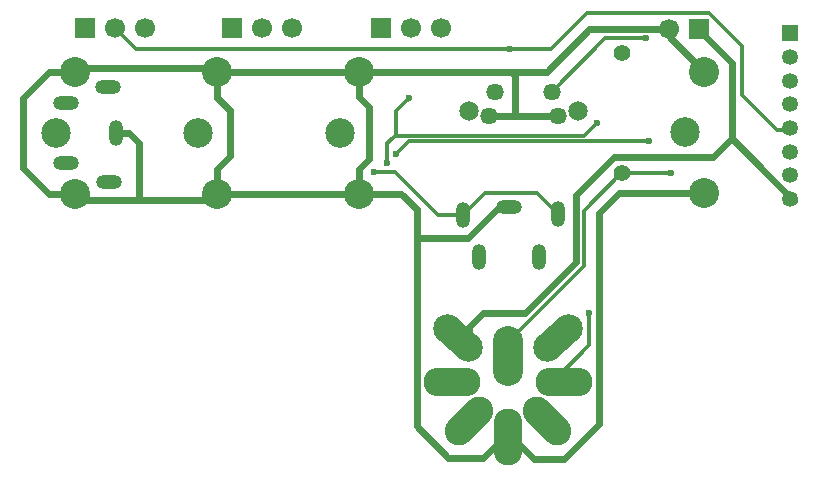
<source format=gbr>
%TF.GenerationSoftware,KiCad,Pcbnew,9.0.4*%
%TF.CreationDate,2025-10-08T09:42:30-04:00*%
%TF.ProjectId,C64-128AVS,4336342d-3132-4384-9156-532e6b696361,rev?*%
%TF.SameCoordinates,Original*%
%TF.FileFunction,Copper,L1,Top*%
%TF.FilePolarity,Positive*%
%FSLAX46Y46*%
G04 Gerber Fmt 4.6, Leading zero omitted, Abs format (unit mm)*
G04 Created by KiCad (PCBNEW 9.0.4) date 2025-10-08 09:42:30*
%MOMM*%
%LPD*%
G01*
G04 APERTURE LIST*
G04 Aperture macros list*
%AMHorizOval*
0 Thick line with rounded ends*
0 $1 width*
0 $2 $3 position (X,Y) of the first rounded end (center of the circle)*
0 $4 $5 position (X,Y) of the second rounded end (center of the circle)*
0 Add line between two ends*
20,1,$1,$2,$3,$4,$5,0*
0 Add two circle primitives to create the rounded ends*
1,1,$1,$2,$3*
1,1,$1,$4,$5*%
G04 Aperture macros list end*
%TA.AperFunction,ComponentPad*%
%ADD10O,2.200000X1.200000*%
%TD*%
%TA.AperFunction,ComponentPad*%
%ADD11O,1.200000X2.200000*%
%TD*%
%TA.AperFunction,ComponentPad*%
%ADD12R,1.700000X1.700000*%
%TD*%
%TA.AperFunction,ComponentPad*%
%ADD13C,1.700000*%
%TD*%
%TA.AperFunction,ComponentPad*%
%ADD14C,1.397000*%
%TD*%
%TA.AperFunction,ComponentPad*%
%ADD15C,1.457200*%
%TD*%
%TA.AperFunction,ComponentPad*%
%ADD16C,1.657200*%
%TD*%
%TA.AperFunction,ComponentPad*%
%ADD17R,1.350000X1.350000*%
%TD*%
%TA.AperFunction,ComponentPad*%
%ADD18C,1.350000*%
%TD*%
%TA.AperFunction,ComponentPad*%
%ADD19C,2.540000*%
%TD*%
%TA.AperFunction,ComponentPad*%
%ADD20C,2.500000*%
%TD*%
%TA.AperFunction,ComponentPad*%
%ADD21O,4.826000X2.413000*%
%TD*%
%TA.AperFunction,ComponentPad*%
%ADD22O,2.413000X4.826000*%
%TD*%
%TA.AperFunction,ComponentPad*%
%ADD23HorizOval,2.413000X0.853124X-0.853124X-0.853124X0.853124X0*%
%TD*%
%TA.AperFunction,ComponentPad*%
%ADD24HorizOval,2.413000X-0.853124X-0.853124X0.853124X0.853124X0*%
%TD*%
%TA.AperFunction,ComponentPad*%
%ADD25O,2.540000X5.080000*%
%TD*%
%TA.AperFunction,ComponentPad*%
%ADD26HorizOval,2.413000X0.896604X0.807306X-0.896604X-0.807306X0*%
%TD*%
%TA.AperFunction,ComponentPad*%
%ADD27HorizOval,2.413000X-0.896604X0.807306X0.896604X-0.807306X0*%
%TD*%
%TA.AperFunction,ViaPad*%
%ADD28C,0.600000*%
%TD*%
%TA.AperFunction,Conductor*%
%ADD29C,0.300000*%
%TD*%
%TA.AperFunction,Conductor*%
%ADD30C,0.600000*%
%TD*%
%TA.AperFunction,Conductor*%
%ADD31C,0.609600*%
%TD*%
%TA.AperFunction,Conductor*%
%ADD32C,0.304800*%
%TD*%
G04 APERTURE END LIST*
D10*
%TO.P,J12,R*%
%TO.N,ExtAudio*%
X130860800Y-102285800D03*
%TO.P,J12,RN*%
%TO.N,unconnected-(J12-PadRN)*%
X127254000Y-100660200D03*
D11*
%TO.P,J12,S*%
%TO.N,GND*%
X131470399Y-98120200D03*
D10*
%TO.P,J12,T*%
%TO.N,ExtAudio*%
X130810000Y-94208600D03*
%TO.P,J12,TN*%
%TO.N,unconnected-(J12-PadTN)*%
X127254000Y-95580200D03*
%TD*%
D12*
%TO.P,J7,1,Pin_1*%
%TO.N,ExtAudio*%
X128820001Y-89175000D03*
D13*
%TO.P,J7,2,Pin_2*%
%TO.N,AudioIN*%
X131360001Y-89175000D03*
%TO.P,J7,3,Pin_3*%
%TO.N,Net-(J7-Pin_3)*%
X133900000Y-89175000D03*
%TD*%
D14*
%TO.P,R1,1,1*%
%TO.N,Chroma*%
X174275000Y-101525000D03*
%TO.P,R1,2,2*%
%TO.N,ChromaFix*%
X174275000Y-91365002D03*
%TD*%
D12*
%TO.P,J8,1,Pin_1*%
%TO.N,AudioL*%
X141295001Y-89200000D03*
D13*
%TO.P,J8,2,Pin_2*%
X143835001Y-89200000D03*
%TO.P,J8,3,Pin_3*%
%TO.N,AudioR*%
X146375000Y-89200000D03*
%TD*%
D15*
%TO.P,J1,1,1*%
%TO.N,GND*%
X168850000Y-96650000D03*
%TO.P,J1,2,2*%
X163050000Y-96650000D03*
%TO.P,J1,3,3*%
%TO.N,Luma*%
X168350000Y-94650000D03*
%TO.P,J1,4,4*%
%TO.N,ChromaFix*%
X163550000Y-94650000D03*
D16*
%TO.P,J1,CS1,CS1*%
%TO.N,unconnected-(J1-PadCS1)*%
X170550000Y-96250000D03*
%TO.P,J1,CS2,CS2*%
%TO.N,unconnected-(J1-PadCS2)*%
X161350000Y-96250000D03*
%TD*%
D17*
%TO.P,J11,1,Pin_1*%
%TO.N,Luma*%
X188525000Y-89675000D03*
D18*
%TO.P,J11,2,Pin_2*%
%TO.N,GND*%
X188525000Y-91675000D03*
%TO.P,J11,3,Pin_3*%
%TO.N,AudioL*%
X188525000Y-93675000D03*
%TO.P,J11,4,Pin_4*%
%TO.N,Composite*%
X188525000Y-95675000D03*
%TO.P,J11,5,Pin_5*%
%TO.N,AudioIN*%
X188525000Y-97675000D03*
%TO.P,J11,6,Pin_6*%
%TO.N,Chroma*%
X188525000Y-99675000D03*
%TO.P,J11,7,Pin_7*%
%TO.N,unconnected-(J11-Pin_7-Pad7)*%
X188525000Y-101675000D03*
%TO.P,J11,8,Pin_8*%
%TO.N,5V*%
X188525000Y-103675000D03*
%TD*%
D11*
%TO.P,J13,R*%
%TO.N,ExtAudio*%
X168902200Y-104974200D03*
%TO.P,J13,RN*%
%TO.N,unconnected-(J13-PadRN)*%
X167276600Y-108581000D03*
D10*
%TO.P,J13,S*%
%TO.N,GND*%
X164736600Y-104364601D03*
D11*
%TO.P,J13,T*%
%TO.N,ExtAudio*%
X160825000Y-105025000D03*
%TO.P,J13,TN*%
%TO.N,unconnected-(J13-PadTN)*%
X162196600Y-108581000D03*
%TD*%
D19*
%TO.P,J6,R1,R*%
%TO.N,GND*%
X181225000Y-103200000D03*
%TO.P,J6,R2,R*%
X181225000Y-92900000D03*
D20*
%TO.P,J6,T,T*%
%TO.N,Composite*%
X179625000Y-98050000D03*
%TD*%
D19*
%TO.P,J3,R1,R*%
%TO.N,GND*%
X128000000Y-103250000D03*
%TO.P,J3,R2,R*%
X128000000Y-92950000D03*
D20*
%TO.P,J3,T,T*%
%TO.N,ExtAudio*%
X126400000Y-98100000D03*
%TD*%
D12*
%TO.P,J10,1,Pin_1*%
%TO.N,5V*%
X180785000Y-89340000D03*
D13*
%TO.P,J10,2,Pin_2*%
%TO.N,GND*%
X178245000Y-89340000D03*
%TD*%
D19*
%TO.P,J5,R1,R*%
%TO.N,GND*%
X152000000Y-103250000D03*
%TO.P,J5,R2,R*%
X152000000Y-92950000D03*
D20*
%TO.P,J5,T,T*%
%TO.N,AudioR*%
X150400000Y-98100000D03*
%TD*%
D12*
%TO.P,J9,1,Pin_1*%
%TO.N,unconnected-(J9-Pin_1-Pad1)*%
X153882501Y-89200000D03*
D13*
%TO.P,J9,2,Pin_2*%
%TO.N,Chroma*%
X156422501Y-89200000D03*
%TO.P,J9,3,Pin_3*%
%TO.N,ChromaFix*%
X158962500Y-89200000D03*
%TD*%
D19*
%TO.P,J4,R1,R*%
%TO.N,GND*%
X140000000Y-103250000D03*
%TO.P,J4,R2,R*%
X140000000Y-92950000D03*
D20*
%TO.P,J4,T,T*%
%TO.N,AudioL*%
X138400000Y-98100000D03*
%TD*%
D21*
%TO.P,J2,1,1*%
%TO.N,Net-(JP2-B)*%
X169363607Y-119150856D03*
D22*
%TO.P,J2,2,2*%
%TO.N,GND*%
X164657107Y-123857356D03*
D21*
%TO.P,J2,3,3*%
%TO.N,AudioL*%
X159950607Y-119150856D03*
D23*
%TO.P,J2,4,4*%
%TO.N,Composite*%
X167980231Y-122473980D03*
D24*
%TO.P,J2,5,5*%
%TO.N,Net-(JP3-B)*%
X161333983Y-122473980D03*
D25*
%TO.P,J2,6,6*%
%TO.N,Chroma*%
X164657107Y-116980856D03*
D26*
%TO.P,J2,7,7*%
%TO.N,AudioR*%
X168853711Y-115443550D03*
D27*
%TO.P,J2,8,8*%
%TO.N,5V*%
X160460503Y-115443550D03*
%TD*%
D28*
%TO.N,Luma*%
X176325000Y-90092400D03*
%TO.N,AudioL*%
X176625000Y-98825000D03*
X155200000Y-99900000D03*
%TO.N,Chroma*%
X178465000Y-101525000D03*
%TO.N,AudioIN*%
X164810000Y-90990000D03*
%TO.N,ExtAudio*%
X153275000Y-101425000D03*
%TO.N,Net-(JP3-B)*%
X172200000Y-97225000D03*
X154450000Y-100675000D03*
X156275000Y-95175000D03*
%TO.N,Net-(JP2-B)*%
X171508357Y-113320000D03*
%TD*%
D29*
%TO.N,AudioIN*%
X168335000Y-90990000D02*
X164810000Y-90990000D01*
X171350000Y-87975000D02*
X168335000Y-90990000D01*
X184450000Y-90725000D02*
X181700000Y-87975000D01*
X187450000Y-97850000D02*
X184450000Y-94850000D01*
X188890000Y-97850000D02*
X187450000Y-97850000D01*
X184450000Y-94850000D02*
X184450000Y-90725000D01*
X181700000Y-87975000D02*
X171350000Y-87975000D01*
D30*
%TO.N,GND*%
X167925000Y-92950000D02*
X164875000Y-92950000D01*
X171535000Y-89340000D02*
X167925000Y-92950000D01*
X178245000Y-89340000D02*
X171535000Y-89340000D01*
D29*
%TO.N,ExtAudio*%
X167078000Y-103150000D02*
X168902200Y-104974200D01*
X162700000Y-103150000D02*
X167078000Y-103150000D01*
X160825000Y-105025000D02*
X162700000Y-103150000D01*
D31*
%TO.N,GND*%
X133375400Y-98933000D02*
X133375400Y-103759000D01*
X132562600Y-98120200D02*
X133375400Y-98933000D01*
X131470399Y-98120200D02*
X132562600Y-98120200D01*
X155625000Y-103250000D02*
X156925000Y-104550000D01*
X153900000Y-103250000D02*
X155625000Y-103250000D01*
X156925000Y-104550000D02*
X156925000Y-107025000D01*
D29*
%TO.N,ExtAudio*%
X158700000Y-105025000D02*
X160825000Y-105025000D01*
X155100000Y-101425000D02*
X158700000Y-105025000D01*
X153275000Y-101425000D02*
X155100000Y-101425000D01*
%TO.N,Net-(JP3-B)*%
X154450000Y-100675000D02*
X154450000Y-98975000D01*
X154450000Y-98975000D02*
X154900000Y-98525000D01*
%TO.N,Chroma*%
X171075000Y-109345000D02*
X164657107Y-115762893D01*
X174242800Y-101525000D02*
X171075000Y-104692800D01*
X171075000Y-104692800D02*
X171075000Y-109345000D01*
X164657107Y-115762893D02*
X164657107Y-118250856D01*
X174275000Y-101525000D02*
X174242800Y-101525000D01*
D30*
%TO.N,5V*%
X181980000Y-100140000D02*
X183580000Y-98540000D01*
X170425000Y-103361600D02*
X173646600Y-100140000D01*
X170425000Y-108995000D02*
X170425000Y-103361600D01*
X173646600Y-100140000D02*
X181980000Y-100140000D01*
X166059800Y-113360200D02*
X170425000Y-108995000D01*
X161357107Y-114532893D02*
X162529800Y-113360200D01*
X162529800Y-113360200D02*
X166059800Y-113360200D01*
X161357107Y-116250856D02*
X161357107Y-114532893D01*
D31*
%TO.N,GND*%
X172375000Y-104875000D02*
X172375000Y-122220000D01*
X174025000Y-103225000D02*
X172375000Y-104875000D01*
X181200000Y-103225000D02*
X174025000Y-103225000D01*
X181225000Y-103200000D02*
X181200000Y-103225000D01*
D29*
%TO.N,Net-(JP3-B)*%
X171075000Y-98350000D02*
X158000000Y-98350000D01*
X172200000Y-97225000D02*
X171075000Y-98350000D01*
%TO.N,Luma*%
X176307600Y-90075000D02*
X172900000Y-90075000D01*
X176325000Y-90092400D02*
X176307600Y-90075000D01*
X172900000Y-90075000D02*
X168350000Y-94625000D01*
X168350000Y-94625000D02*
X168350000Y-94650000D01*
D31*
%TO.N,GND*%
X164657107Y-123492706D02*
X164657107Y-122650856D01*
X128509000Y-103759000D02*
X133375400Y-103759000D01*
D30*
X156925000Y-122010000D02*
X156925000Y-122941456D01*
D31*
X156925000Y-107025000D02*
X156925000Y-122010000D01*
X161250000Y-107025000D02*
X163910399Y-104364601D01*
D30*
X152000000Y-103250000D02*
X153900000Y-103250000D01*
D31*
X140000000Y-92950000D02*
X139683800Y-92633800D01*
X164657107Y-123506456D02*
X164657107Y-122650856D01*
X123596400Y-95173800D02*
X125820200Y-92950000D01*
X172375000Y-122220000D02*
X172375000Y-122631900D01*
X128000000Y-103250000D02*
X128509000Y-103759000D01*
X164657107Y-122650856D02*
X164657107Y-124302894D01*
X135686800Y-103759000D02*
X139491000Y-103759000D01*
D30*
X172375000Y-122220000D02*
X172375000Y-122747106D01*
X165200000Y-96650000D02*
X163050000Y-96650000D01*
D31*
X140000000Y-101125000D02*
X140000000Y-103250000D01*
D30*
X152869050Y-95897450D02*
X152869050Y-100305950D01*
D31*
X169400000Y-125722106D02*
X166872757Y-125722106D01*
X123596400Y-101066600D02*
X123596400Y-95173800D01*
X133375400Y-103759000D02*
X135686800Y-103759000D01*
X140000000Y-92950000D02*
X140000000Y-95125000D01*
X140000000Y-103250000D02*
X140000000Y-104097500D01*
X152350000Y-103600000D02*
X152000000Y-103250000D01*
X163910399Y-104364601D02*
X164736600Y-104364601D01*
X128000000Y-103250000D02*
X125779800Y-103250000D01*
D30*
X165225000Y-96625000D02*
X165250000Y-96650000D01*
X156925000Y-122941456D02*
X159600000Y-125616456D01*
X152000000Y-92950000D02*
X152000000Y-95028400D01*
D31*
X125820200Y-92950000D02*
X128000000Y-92950000D01*
X156925000Y-107025000D02*
X161250000Y-107025000D01*
X141075000Y-96200000D02*
X141075000Y-100050000D01*
X139683800Y-92633800D02*
X128316200Y-92633800D01*
X140000000Y-103250000D02*
X152000000Y-103250000D01*
X141075000Y-100050000D02*
X140000000Y-101125000D01*
X128316200Y-92633800D02*
X128000000Y-92950000D01*
D30*
X152869050Y-100305950D02*
X152000000Y-101175000D01*
D31*
X140000000Y-95125000D02*
X141075000Y-96200000D01*
D30*
X165250000Y-96650000D02*
X168850000Y-96650000D01*
X164875000Y-92950000D02*
X165225000Y-93300000D01*
D31*
X125779800Y-103250000D02*
X123596400Y-101066600D01*
D30*
X164875000Y-92950000D02*
X152000000Y-92950000D01*
X178245000Y-89920000D02*
X181225000Y-92900000D01*
X152000000Y-95028400D02*
X152869050Y-95897450D01*
X152000000Y-101175000D02*
X152000000Y-103250000D01*
D31*
X162533357Y-125616456D02*
X164657107Y-123492706D01*
X156925000Y-122010000D02*
X156925000Y-122920000D01*
D30*
X165225000Y-93300000D02*
X165225000Y-96625000D01*
X178245000Y-89340000D02*
X178245000Y-89920000D01*
D31*
X140000000Y-92950000D02*
X152000000Y-92950000D01*
D30*
X172375000Y-122747106D02*
X169400000Y-125722106D01*
X165225000Y-96625000D02*
X165200000Y-96650000D01*
D31*
X166872757Y-125722106D02*
X164657107Y-123506456D01*
X139491000Y-103759000D02*
X140000000Y-103250000D01*
X159600000Y-125616456D02*
X162533357Y-125616456D01*
X164657107Y-124302894D02*
G75*
G03*
X164949998Y-125010002I999993J-6D01*
G01*
D29*
%TO.N,AudioR*%
X150400000Y-98100000D02*
X150361700Y-98100000D01*
%TO.N,AudioL*%
X176625000Y-98825000D02*
X156275000Y-98825000D01*
X156275000Y-98825000D02*
X155200000Y-99900000D01*
X138400000Y-98100000D02*
X138409200Y-98100000D01*
%TO.N,Chroma*%
X178465000Y-101525000D02*
X174275000Y-101525000D01*
D32*
X164657107Y-115299436D02*
X164657107Y-118250856D01*
D30*
%TO.N,5V*%
X183580000Y-94900000D02*
X183580000Y-92180000D01*
X186245000Y-101205000D02*
X188890000Y-103850000D01*
X183580000Y-94900000D02*
X183580000Y-98540000D01*
X183580000Y-92180000D02*
X180785000Y-89385000D01*
X180785000Y-89385000D02*
X180785000Y-89340000D01*
X183580000Y-98540000D02*
X186245000Y-101205000D01*
D29*
%TO.N,AudioIN*%
X164810000Y-90990000D02*
X164270000Y-90990000D01*
X164270000Y-90990000D02*
X164260000Y-91000000D01*
X164260000Y-91000000D02*
X133185001Y-91000000D01*
X133185001Y-91000000D02*
X131360001Y-89175000D01*
%TO.N,Net-(JP3-B)*%
X156150000Y-95300000D02*
X156275000Y-95175000D01*
X155175000Y-96275000D02*
X156275000Y-95175000D01*
X154900000Y-98525000D02*
X155175000Y-98250000D01*
X155175000Y-98250000D02*
X155175000Y-96275000D01*
X158000000Y-98350000D02*
X155075000Y-98350000D01*
X155075000Y-98350000D02*
X154900000Y-98525000D01*
D32*
%TO.N,Net-(JP2-B)*%
X171508357Y-113320000D02*
X171508357Y-116091456D01*
X171508357Y-116091456D02*
X168448957Y-119150856D01*
X168448957Y-119150856D02*
X168157107Y-119150856D01*
%TD*%
M02*

</source>
